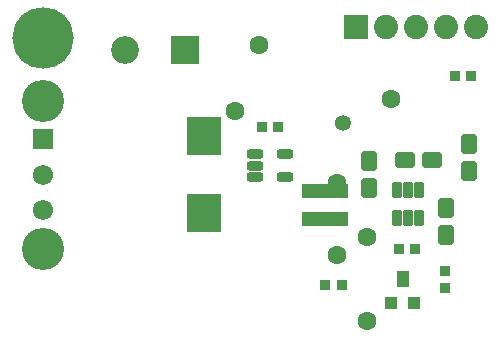
<source format=gbr>
%TF.GenerationSoftware,Altium Limited,Altium Designer,24.0.1 (36)*%
G04 Layer_Color=8388736*
%FSLAX45Y45*%
%MOMM*%
%TF.SameCoordinates,8CF4B923-E39E-4099-A09F-CB558B098684*%
%TF.FilePolarity,Negative*%
%TF.FileFunction,Soldermask,Top*%
%TF.Part,Single*%
G01*
G75*
%TA.AperFunction,SMDPad,CuDef*%
G04:AMPARAMS|DCode=40|XSize=0.862mm|YSize=0.862mm|CornerRadius=0.0881mm|HoleSize=0mm|Usage=FLASHONLY|Rotation=0.000|XOffset=0mm|YOffset=0mm|HoleType=Round|Shape=RoundedRectangle|*
%AMROUNDEDRECTD40*
21,1,0.86200,0.68580,0,0,0.0*
21,1,0.68580,0.86200,0,0,0.0*
1,1,0.17620,0.34290,-0.34290*
1,1,0.17620,-0.34290,-0.34290*
1,1,0.17620,-0.34290,0.34290*
1,1,0.17620,0.34290,0.34290*
%
%ADD40ROUNDEDRECTD40*%
G04:AMPARAMS|DCode=41|XSize=0.862mm|YSize=0.862mm|CornerRadius=0.0881mm|HoleSize=0mm|Usage=FLASHONLY|Rotation=90.000|XOffset=0mm|YOffset=0mm|HoleType=Round|Shape=RoundedRectangle|*
%AMROUNDEDRECTD41*
21,1,0.86200,0.68580,0,0,90.0*
21,1,0.68580,0.86200,0,0,90.0*
1,1,0.17620,0.34290,0.34290*
1,1,0.17620,0.34290,-0.34290*
1,1,0.17620,-0.34290,-0.34290*
1,1,0.17620,-0.34290,0.34290*
%
%ADD41ROUNDEDRECTD41*%
%ADD42R,1.11760X1.11760*%
%ADD43R,1.11760X1.47320*%
%ADD44R,3.90320X1.17320*%
G04:AMPARAMS|DCode=45|XSize=0.8mm|YSize=1.4mm|CornerRadius=0.1025mm|HoleSize=0mm|Usage=FLASHONLY|Rotation=180.000|XOffset=0mm|YOffset=0mm|HoleType=Round|Shape=RoundedRectangle|*
%AMROUNDEDRECTD45*
21,1,0.80000,1.19500,0,0,180.0*
21,1,0.59500,1.40000,0,0,180.0*
1,1,0.20500,-0.29750,0.59750*
1,1,0.20500,0.29750,0.59750*
1,1,0.20500,0.29750,-0.59750*
1,1,0.20500,-0.29750,-0.59750*
%
%ADD45ROUNDEDRECTD45*%
G04:AMPARAMS|DCode=46|XSize=1.624mm|YSize=1.37mm|CornerRadius=0.14525mm|HoleSize=0mm|Usage=FLASHONLY|Rotation=90.000|XOffset=0mm|YOffset=0mm|HoleType=Round|Shape=RoundedRectangle|*
%AMROUNDEDRECTD46*
21,1,1.62400,1.07950,0,0,90.0*
21,1,1.33350,1.37000,0,0,90.0*
1,1,0.29050,0.53975,0.66675*
1,1,0.29050,0.53975,-0.66675*
1,1,0.29050,-0.53975,-0.66675*
1,1,0.29050,-0.53975,0.66675*
%
%ADD46ROUNDEDRECTD46*%
G04:AMPARAMS|DCode=47|XSize=1.4232mm|YSize=0.8032mm|CornerRadius=0.2516mm|HoleSize=0mm|Usage=FLASHONLY|Rotation=0.000|XOffset=0mm|YOffset=0mm|HoleType=Round|Shape=RoundedRectangle|*
%AMROUNDEDRECTD47*
21,1,1.42320,0.30000,0,0,0.0*
21,1,0.92000,0.80320,0,0,0.0*
1,1,0.50320,0.46000,-0.15000*
1,1,0.50320,-0.46000,-0.15000*
1,1,0.50320,-0.46000,0.15000*
1,1,0.50320,0.46000,0.15000*
%
%ADD47ROUNDEDRECTD47*%
%ADD48R,3.00320X3.20320*%
G04:AMPARAMS|DCode=49|XSize=1.624mm|YSize=1.37mm|CornerRadius=0.14525mm|HoleSize=0mm|Usage=FLASHONLY|Rotation=0.000|XOffset=0mm|YOffset=0mm|HoleType=Round|Shape=RoundedRectangle|*
%AMROUNDEDRECTD49*
21,1,1.62400,1.07950,0,0,0.0*
21,1,1.33350,1.37000,0,0,0.0*
1,1,0.29050,0.66675,-0.53975*
1,1,0.29050,-0.66675,-0.53975*
1,1,0.29050,-0.66675,0.53975*
1,1,0.29050,0.66675,0.53975*
%
%ADD49ROUNDEDRECTD49*%
%TA.AperFunction,ComponentPad*%
%ADD50R,1.71820X1.71820*%
%ADD51C,1.71820*%
%ADD52C,3.56320*%
%ADD53C,2.05320*%
%ADD54R,2.05320X2.05320*%
%ADD55R,2.35320X2.35320*%
%ADD56C,2.35320*%
%ADD57C,5.20320*%
%TA.AperFunction,ViaPad*%
%ADD58C,1.60320*%
%ADD59C,1.35320*%
D40*
X2743200Y558800D02*
D03*
X2882900D02*
D03*
X3364985Y863600D02*
D03*
X3504685D02*
D03*
X3837525Y2335201D02*
D03*
X3977225D02*
D03*
X2205575Y1903401D02*
D03*
X2345275D02*
D03*
D41*
X3759200Y679450D02*
D03*
Y539750D02*
D03*
D42*
X3302000Y406400D02*
D03*
X3492500D02*
D03*
D43*
X3398520Y609600D02*
D03*
D44*
X2743660Y1361001D02*
D03*
Y1125001D02*
D03*
D45*
X3348825Y1370001D02*
D03*
X3538825D02*
D03*
Y1130001D02*
D03*
X3443825D02*
D03*
X3348825D02*
D03*
X3443825Y1370001D02*
D03*
D46*
X3113625Y1611301D02*
D03*
Y1382701D02*
D03*
X3763791Y989001D02*
D03*
Y1217601D02*
D03*
X3956931Y1527506D02*
D03*
Y1756106D02*
D03*
D47*
X2399925Y1668201D02*
D03*
Y1478200D02*
D03*
X2150926D02*
D03*
Y1573201D02*
D03*
Y1668201D02*
D03*
D48*
X1720000Y1175000D02*
D03*
Y1825000D02*
D03*
D49*
X3418425Y1624001D02*
D03*
X3647025D02*
D03*
D50*
X350000Y1796415D02*
D03*
D51*
Y1496415D02*
D03*
Y1196415D02*
D03*
D52*
Y2121415D02*
D03*
Y871415D02*
D03*
D53*
X4016000Y2750000D02*
D03*
X3254000D02*
D03*
X3508000D02*
D03*
X3762000D02*
D03*
D54*
X3000000D02*
D03*
D55*
X1554000Y2550000D02*
D03*
D56*
X1046000D02*
D03*
D57*
X350000Y2650000D02*
D03*
D58*
X3098800Y254000D02*
D03*
X2844800Y812800D02*
D03*
Y1422400D02*
D03*
X2184400Y2590800D02*
D03*
X1981200Y2032000D02*
D03*
X3098800Y965200D02*
D03*
X3302000Y2133600D02*
D03*
D59*
X2895600Y1930400D02*
D03*
%TF.MD5,71b71566e32428b698695a473ce75df9*%
M02*

</source>
